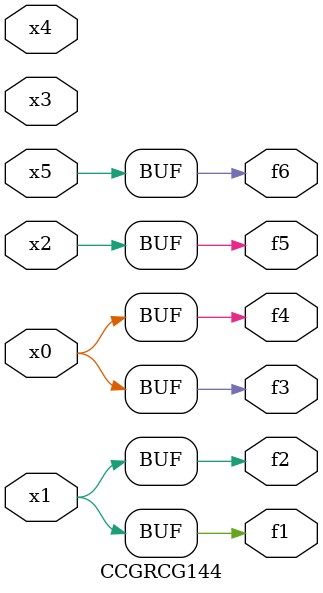
<source format=v>
module CCGRCG144(
	input x0, x1, x2, x3, x4, x5,
	output f1, f2, f3, f4, f5, f6
);
	assign f1 = x1;
	assign f2 = x1;
	assign f3 = x0;
	assign f4 = x0;
	assign f5 = x2;
	assign f6 = x5;
endmodule

</source>
